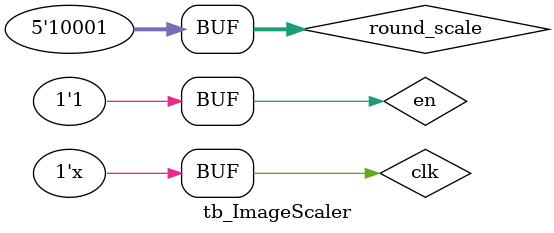
<source format=v>
`timescale 100ns / 10ns
module tb_ImageScaler;
  reg clk;
  reg en;
  reg [4:0] round_scale;
  wire  [18:0] addr_request;
  wire  [18:0] addr_scale;

  ImageScaler dut
  (
    .clk(clk),
    .en(en),
    .round_scale(round_scale),
    .addr_request(addr_request),
    .addr_scale(addr_scale)
  );

  initial begin
    clk            = 1'd1;
    en             = 1'd0;
    round_scale    = 5'd17;
    
    #1 en = 1'd1;
  end

  always #0.5 clk = !clk;
  
endmodule

</source>
